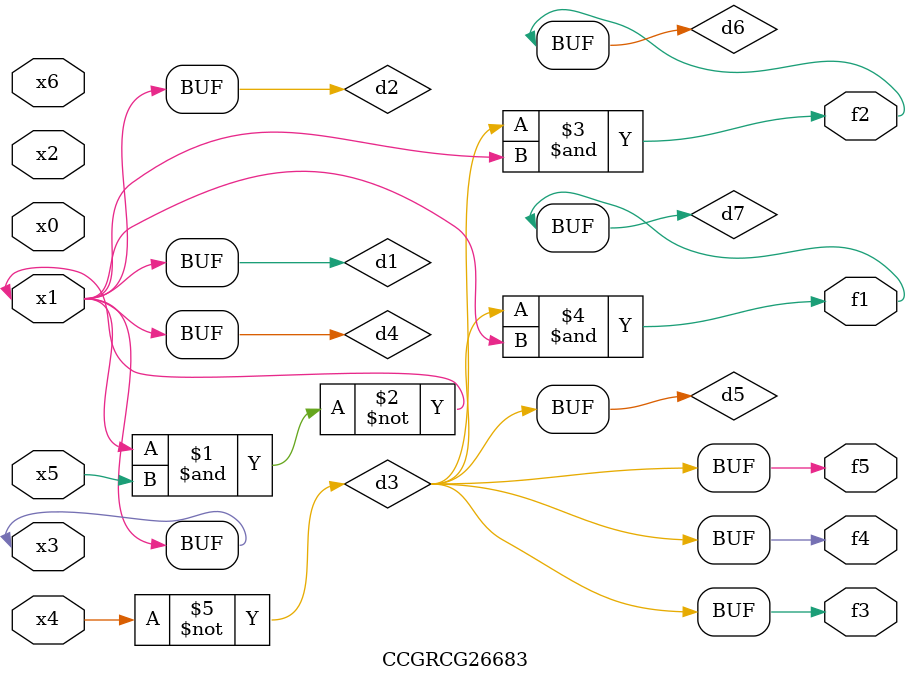
<source format=v>
module CCGRCG26683(
	input x0, x1, x2, x3, x4, x5, x6,
	output f1, f2, f3, f4, f5
);

	wire d1, d2, d3, d4, d5, d6, d7;

	buf (d1, x1, x3);
	nand (d2, x1, x5);
	not (d3, x4);
	buf (d4, d1, d2);
	buf (d5, d3);
	and (d6, d3, d4);
	and (d7, d3, d4);
	assign f1 = d7;
	assign f2 = d6;
	assign f3 = d5;
	assign f4 = d5;
	assign f5 = d5;
endmodule

</source>
